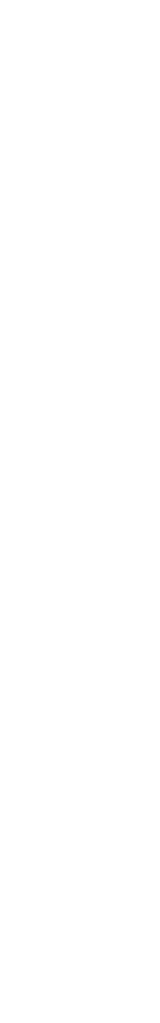
<source format=kicad_pcb>
(kicad_pcb (version 20171130) (host pcbnew "(5.0.1)-4")

  (general
    (thickness 1.6)
    (drawings 14)
    (tracks 0)
    (zones 0)
    (modules 0)
    (nets 1)
  )

  (page A4)
  (layers
    (0 F.Cu signal hide)
    (31 B.Cu signal hide)
    (32 B.Adhes user hide)
    (33 F.Adhes user hide)
    (34 B.Paste user hide)
    (35 F.Paste user hide)
    (36 B.SilkS user hide)
    (37 F.SilkS user hide)
    (38 B.Mask user hide)
    (39 F.Mask user hide)
    (40 Dwgs.User user hide)
    (41 Cmts.User user hide)
    (42 Eco1.User user hide)
    (43 Eco2.User user)
    (44 Edge.Cuts user hide)
    (45 Margin user hide)
    (46 B.CrtYd user hide)
    (47 F.CrtYd user hide)
    (48 B.Fab user hide)
    (49 F.Fab user hide)
  )

  (setup
    (last_trace_width 0.25)
    (trace_clearance 0.2)
    (zone_clearance 0.508)
    (zone_45_only no)
    (trace_min 0.2)
    (segment_width 0.3)
    (edge_width 0.2)
    (via_size 0.8)
    (via_drill 0.4)
    (via_min_size 0.4)
    (via_min_drill 0.3)
    (uvia_size 0.3)
    (uvia_drill 0.1)
    (uvias_allowed no)
    (uvia_min_size 0.2)
    (uvia_min_drill 0.1)
    (pcb_text_width 0.3)
    (pcb_text_size 1.5 1.5)
    (mod_edge_width 0.15)
    (mod_text_size 1 1)
    (mod_text_width 0.15)
    (pad_size 1.524 1.524)
    (pad_drill 0.762)
    (pad_to_mask_clearance 0.051)
    (solder_mask_min_width 0.25)
    (aux_axis_origin 0 0)
    (visible_elements 7FFFFFFF)
    (pcbplotparams
      (layerselection 0x010fc_ffffffff)
      (usegerberextensions false)
      (usegerberattributes false)
      (usegerberadvancedattributes false)
      (creategerberjobfile false)
      (excludeedgelayer true)
      (linewidth 0.100000)
      (plotframeref false)
      (viasonmask false)
      (mode 1)
      (useauxorigin false)
      (hpglpennumber 1)
      (hpglpenspeed 20)
      (hpglpendiameter 15.000000)
      (psnegative false)
      (psa4output false)
      (plotreference true)
      (plotvalue true)
      (plotinvisibletext false)
      (padsonsilk false)
      (subtractmaskfromsilk false)
      (outputformat 1)
      (mirror false)
      (drillshape 1)
      (scaleselection 1)
      (outputdirectory ""))
  )

  (net 0 "")

  (net_class Default "This is the default net class."
    (clearance 0.2)
    (trace_width 0.25)
    (via_dia 0.8)
    (via_drill 0.4)
    (uvia_dia 0.3)
    (uvia_drill 0.1)
  )

  (gr_circle (center 9.6 112.15) (end 12.85 112.15) (layer Eco2.User) (width 0.3) (tstamp 5CA2C004))
  (gr_circle (center 9.6 100.15) (end 12.85 100.15) (layer Eco2.User) (width 0.3) (tstamp 5CA2BFFE))
  (gr_circle (center 9.6 88.15) (end 12.85 88.15) (layer Eco2.User) (width 0.3) (tstamp 5CA2BFF9))
  (gr_circle (center 9.6 76.15) (end 12.85 76.15) (layer Eco2.User) (width 0.3) (tstamp 5CA2BFF4))
  (gr_circle (center 9.6 52.25) (end 12.85 52.25) (layer Eco2.User) (width 0.3) (tstamp 5CA2BFEF))
  (gr_circle (center 9.6 40.35) (end 12.85 40.35) (layer Eco2.User) (width 0.3) (tstamp 5CA2BFEB))
  (gr_circle (center 9.6 28.35) (end 12.85 28.35) (layer Eco2.User) (width 0.3) (tstamp 5CA2BFE5))
  (gr_circle (center 9.6 16.35) (end 12.85 16.35) (layer Eco2.User) (width 0.3))
  (gr_circle (center 7.4 125.5) (end 9.05 125.5) (layer Eco2.User) (width 0.3) (tstamp 5CA2BFB2))
  (gr_circle (center 7.5 3) (end 9.15 3) (layer Eco2.User) (width 0.3))
  (gr_line (start 0 128.5) (end 0 0) (layer Eco2.User) (width 0.2))
  (gr_line (start 20 128.5) (end 0 128.5) (layer Eco2.User) (width 0.2))
  (gr_line (start 20 0) (end 20 128.5) (layer Eco2.User) (width 0.2))
  (gr_line (start 0 0) (end 20 0) (layer Eco2.User) (width 0.2))

)

</source>
